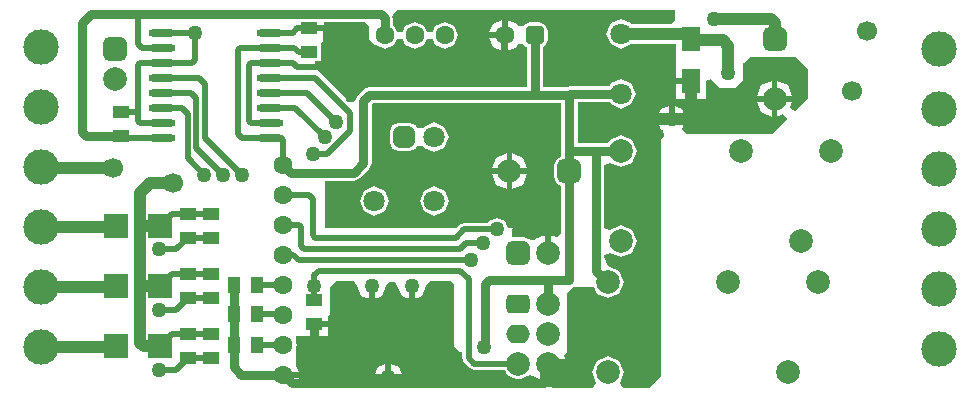
<source format=gtl>
G04 Layer_Physical_Order=1*
G04 Layer_Color=255*
%FSLAX43Y43*%
%MOMM*%
G71*
G01*
G75*
%ADD10R,1.350X1.100*%
%ADD11R,1.450X1.050*%
%ADD12O,2.300X0.600*%
%ADD13R,2.100X2.150*%
%ADD14R,1.100X1.350*%
%ADD15R,1.550X2.000*%
%ADD16C,0.750*%
%ADD17C,0.500*%
%ADD18C,1.000*%
%ADD19R,2.500X2.300*%
%ADD20C,2.000*%
%ADD21C,3.000*%
%ADD22C,1.600*%
%ADD23O,2.000X1.600*%
G04:AMPARAMS|DCode=24|XSize=1.6mm|YSize=2mm|CornerRadius=0.4mm|HoleSize=0mm|Usage=FLASHONLY|Rotation=270.000|XOffset=0mm|YOffset=0mm|HoleType=Round|Shape=RoundedRectangle|*
%AMROUNDEDRECTD24*
21,1,1.600,1.200,0,0,270.0*
21,1,0.800,2.000,0,0,270.0*
1,1,0.800,-0.600,-0.400*
1,1,0.800,-0.600,0.400*
1,1,0.800,0.600,0.400*
1,1,0.800,0.600,-0.400*
%
%ADD24ROUNDEDRECTD24*%
G04:AMPARAMS|DCode=25|XSize=2mm|YSize=2mm|CornerRadius=0.5mm|HoleSize=0mm|Usage=FLASHONLY|Rotation=0.000|XOffset=0mm|YOffset=0mm|HoleType=Round|Shape=RoundedRectangle|*
%AMROUNDEDRECTD25*
21,1,2.000,1.000,0,0,0.0*
21,1,1.000,2.000,0,0,0.0*
1,1,1.000,0.500,-0.500*
1,1,1.000,-0.500,-0.500*
1,1,1.000,-0.500,0.500*
1,1,1.000,0.500,0.500*
%
%ADD25ROUNDEDRECTD25*%
%ADD26C,1.800*%
G04:AMPARAMS|DCode=27|XSize=2mm|YSize=2mm|CornerRadius=0.5mm|HoleSize=0mm|Usage=FLASHONLY|Rotation=270.000|XOffset=0mm|YOffset=0mm|HoleType=Round|Shape=RoundedRectangle|*
%AMROUNDEDRECTD27*
21,1,2.000,1.000,0,0,270.0*
21,1,1.000,2.000,0,0,270.0*
1,1,1.000,-0.500,-0.500*
1,1,1.000,-0.500,0.500*
1,1,1.000,0.500,0.500*
1,1,1.000,0.500,-0.500*
%
%ADD27ROUNDEDRECTD27*%
%ADD28C,1.700*%
G04:AMPARAMS|DCode=29|XSize=1.6mm|YSize=1.6mm|CornerRadius=0.4mm|HoleSize=0mm|Usage=FLASHONLY|Rotation=180.000|XOffset=0mm|YOffset=0mm|HoleType=Round|Shape=RoundedRectangle|*
%AMROUNDEDRECTD29*
21,1,1.600,0.800,0,0,180.0*
21,1,0.800,1.600,0,0,180.0*
1,1,0.800,-0.400,0.400*
1,1,0.800,0.400,0.400*
1,1,0.800,0.400,-0.400*
1,1,0.800,-0.400,-0.400*
%
%ADD29ROUNDEDRECTD29*%
G04:AMPARAMS|DCode=30|XSize=1.8mm|YSize=1.8mm|CornerRadius=0.45mm|HoleSize=0mm|Usage=FLASHONLY|Rotation=0.000|XOffset=0mm|YOffset=0mm|HoleType=Round|Shape=RoundedRectangle|*
%AMROUNDEDRECTD30*
21,1,1.800,0.900,0,0,0.0*
21,1,0.900,1.800,0,0,0.0*
1,1,0.900,0.450,-0.450*
1,1,0.900,-0.450,-0.450*
1,1,0.900,-0.450,0.450*
1,1,0.900,0.450,0.450*
%
%ADD30ROUNDEDRECTD30*%
%ADD31C,1.270*%
G36*
X79019Y53400D02*
D01*
X79019Y53400D01*
X79019Y53400D01*
Y53025D01*
X78663Y52877D01*
X78424Y52300D01*
Y51300D01*
X78663Y50723D01*
X79059Y50559D01*
Y46510D01*
X78643Y46232D01*
X78190Y46420D01*
Y44900D01*
X77690D01*
Y46420D01*
X76792Y46048D01*
X76763Y45977D01*
X76477D01*
X76477Y45977D01*
Y45977D01*
X75900Y46216D01*
X74900D01*
Y46900D01*
X75000Y47000D01*
X74521D01*
X74280Y47580D01*
X73600Y47862D01*
X72920Y47580D01*
X72864Y47446D01*
X70800D01*
X70414Y47286D01*
X70129Y47000D01*
X59000D01*
Y51019D01*
X61500D01*
X61500Y51019D01*
X61981Y51219D01*
X62781Y52019D01*
X62781Y52019D01*
X62840Y52160D01*
X62981Y52500D01*
X62981Y52500D01*
Y57518D01*
X63082Y57619D01*
X79019D01*
Y53400D01*
D02*
G37*
G36*
X70000Y42200D02*
Y37000D01*
X70000D01*
X70500Y36500D01*
X70654D01*
Y36000D01*
X70814Y35614D01*
X71294Y35134D01*
X71680Y34974D01*
X74269D01*
X74440Y34560D01*
X75400Y34163D01*
X76360Y34560D01*
X76360D01*
D01*
X76792Y34372D01*
X76792Y34372D01*
X76792Y34372D01*
X77713Y33990D01*
X77616Y33500D01*
X65706D01*
X65428Y33916D01*
X65525Y34150D01*
X63275D01*
X63372Y33916D01*
X63094Y33500D01*
X56901D01*
X56624Y33916D01*
X56804Y34350D01*
X55500D01*
Y34850D01*
X56804D01*
X56600Y35341D01*
Y37041D01*
X56641Y37140D01*
X56600Y37239D01*
Y37875D01*
X56875D01*
Y37875D01*
X57850D01*
Y38900D01*
X58100D01*
Y39150D01*
X59325D01*
Y39525D01*
X59500Y39700D01*
Y42000D01*
X60000Y42500D01*
X61504D01*
X61771Y42100D01*
X61771Y42100D01*
X61771D01*
X62131Y41231D01*
X62750Y40975D01*
Y42100D01*
X63250D01*
Y40975D01*
X63869Y41231D01*
X64229Y42100D01*
X64229Y42100D01*
X64229Y42100D01*
X64450Y42431D01*
X64950D01*
X65171Y42100D01*
X65171Y42100D01*
X65171D01*
X65531Y41231D01*
X66150Y40975D01*
Y42100D01*
X66650D01*
Y40975D01*
X67269Y41231D01*
X67629Y42100D01*
X67629Y42100D01*
X67629Y42100D01*
X67896Y42500D01*
X69700D01*
X70000Y42200D01*
D02*
G37*
G36*
X88715Y64612D02*
X88364Y64256D01*
X85011D01*
X84983Y64323D01*
X84100Y64689D01*
X83217Y64323D01*
X82851Y63440D01*
X83217Y62557D01*
X84100Y62191D01*
X84983Y62557D01*
X85011Y62624D01*
X88739D01*
X88760Y60957D01*
X88725Y60922D01*
X88725D01*
Y59672D01*
X90000D01*
Y59422D01*
X90250D01*
Y57922D01*
X91275D01*
Y59472D01*
X91737Y59663D01*
X92500Y58900D01*
X93800D01*
X93900Y59000D01*
Y59000D01*
X94400Y59500D01*
Y61000D01*
X94500D01*
X95000Y61500D01*
X98900D01*
X99900Y60500D01*
Y58100D01*
X99929Y58071D01*
X99900Y58000D01*
X99900D01*
X99900Y58000D01*
X98826Y56926D01*
X98410Y57204D01*
X98620Y57710D01*
X97350D01*
Y56440D01*
X97856Y56650D01*
X98134Y56234D01*
X96900Y55000D01*
X89581D01*
X89304Y55416D01*
X89525Y55950D01*
X87275D01*
X87531Y55331D01*
X87681Y55269D01*
X87779Y54779D01*
X87500Y54500D01*
Y40900D01*
Y34500D01*
X86500Y33500D01*
X84277D01*
X83999Y33916D01*
X84357Y34780D01*
X83960Y35740D01*
X83000Y36137D01*
X82040Y35740D01*
X81643Y34780D01*
X82001Y33916D01*
X81723Y33500D01*
X78264D01*
X78167Y33990D01*
X79088Y34372D01*
X79460Y35270D01*
X77940D01*
Y35770D01*
X79460D01*
X79289Y36184D01*
X79500Y36500D01*
X79500D01*
Y41400D01*
Y41500D01*
X80000Y42000D01*
X81808D01*
X82040Y41440D01*
X83000Y41043D01*
X83839Y41390D01*
D01*
X83960Y41440D01*
X84357Y42400D01*
X83960Y43360D01*
X83000Y43757D01*
X83000Y43757D01*
Y43757D01*
X82681Y44528D01*
Y44730D01*
X83140Y44920D01*
X84100Y44523D01*
X85060Y44920D01*
X85457Y45880D01*
X85060Y46840D01*
X84100Y47237D01*
X83140Y46840D01*
X82681Y47030D01*
Y52350D01*
X83140Y52540D01*
D01*
D01*
X84100Y52143D01*
X85060Y52540D01*
X85457Y53500D01*
X85060Y54460D01*
X84100Y54857D01*
X83140Y54460D01*
X83025Y54181D01*
X80500D01*
Y57500D01*
Y57679D01*
X83133D01*
X83217Y57477D01*
X84100Y57111D01*
X84983Y57477D01*
X85349Y58360D01*
X84983Y59243D01*
X84823Y59310D01*
X84100Y59609D01*
X83217Y59243D01*
X83133Y59041D01*
X79760D01*
X79760Y59041D01*
X79615Y58981D01*
X77481D01*
Y62333D01*
X77701Y62424D01*
X77908Y62925D01*
Y63725D01*
X77701Y64226D01*
X77200Y64433D01*
X76400D01*
X75899Y64226D01*
X75847Y64098D01*
X75347D01*
X75255Y64320D01*
X74510Y64629D01*
Y63325D01*
Y62021D01*
X75255Y62330D01*
X75347Y62552D01*
X75847D01*
X75899Y62424D01*
X76119Y62333D01*
Y58981D01*
X62800D01*
X62800Y58981D01*
X62319Y58781D01*
X61819Y58281D01*
X61619Y57800D01*
X61619Y57800D01*
X61619D01*
X61419Y57700D01*
X60971D01*
X60790Y57882D01*
Y57900D01*
X58200Y60600D01*
Y61121D01*
X58679D01*
Y62679D01*
D01*
Y62679D01*
X58875Y62875D01*
X58925D01*
Y63650D01*
X57700D01*
Y64150D01*
X58925D01*
Y64419D01*
X62402D01*
X62804Y64000D01*
Y63000D01*
Y63000D01*
X63284Y62500D01*
X63338D01*
X64100Y62184D01*
X64907Y62518D01*
X65120Y63033D01*
X65620D01*
X65833Y62518D01*
X66640Y62184D01*
X67447Y62518D01*
X67660Y63033D01*
X68160D01*
X68373Y62518D01*
X69180Y62184D01*
X69987Y62518D01*
X70321Y63325D01*
X69987Y64132D01*
X69180Y64466D01*
X68373Y64132D01*
X68160Y63617D01*
X67660D01*
X67447Y64132D01*
X66640Y64466D01*
X65833Y64132D01*
X65620Y63617D01*
X65120D01*
X64907Y64132D01*
X64781Y64184D01*
Y64800D01*
X64781Y64800D01*
X64734Y64912D01*
X64819Y65000D01*
Y65100D01*
X65203Y65500D01*
X88704D01*
X88715Y64612D01*
D02*
G37*
%LPC*%
G36*
X74410Y51550D02*
X73140D01*
X73512Y50652D01*
X74410Y50280D01*
Y51550D01*
D02*
G37*
G36*
Y53320D02*
X73512Y52948D01*
X73140Y52050D01*
X74410D01*
Y53320D01*
D02*
G37*
G36*
X76180Y51550D02*
X74910D01*
Y50280D01*
X75808Y50652D01*
X76180Y51550D01*
D02*
G37*
G36*
X68300Y50549D02*
X67417Y50183D01*
X67051Y49300D01*
X67417Y48417D01*
X68300Y48051D01*
X69183Y48417D01*
X69549Y49300D01*
X69183Y50183D01*
X68300Y50549D01*
D02*
G37*
G36*
X63220D02*
X62337Y50183D01*
X61971Y49300D01*
X62337Y48417D01*
X63220Y48051D01*
X64103Y48417D01*
X64469Y49300D01*
X64103Y50183D01*
X63220Y50549D01*
D02*
G37*
G36*
X68270Y55949D02*
X67387Y55583D01*
X67325Y55433D01*
X66825D01*
X66719Y55689D01*
X66180Y55912D01*
X65280D01*
X64741Y55689D01*
X64518Y55150D01*
Y54250D01*
X64741Y53711D01*
X65280Y53488D01*
X66180D01*
X66719Y53711D01*
X66825Y53967D01*
X67325D01*
X67387Y53817D01*
X68270Y53451D01*
X69153Y53817D01*
X69519Y54700D01*
X69153Y55583D01*
X68270Y55949D01*
D02*
G37*
G36*
X74910Y53320D02*
Y52050D01*
X76180D01*
X75808Y52948D01*
X74910Y53320D01*
D02*
G37*
G36*
X64650Y35525D02*
Y34650D01*
X65525D01*
X65269Y35269D01*
X64650Y35525D01*
D02*
G37*
G36*
X64150D02*
X63531Y35269D01*
X63275Y34650D01*
X64150D01*
Y35525D01*
D02*
G37*
G36*
X59325Y38650D02*
X58350D01*
Y37875D01*
X59325D01*
Y38650D01*
D02*
G37*
G36*
X96850Y59480D02*
X95952Y59108D01*
X95580Y58210D01*
X96850D01*
Y59480D01*
D02*
G37*
G36*
X89750Y59172D02*
X88725D01*
Y57922D01*
Y57922D01*
X89750D01*
Y59172D01*
D02*
G37*
G36*
X97350Y59480D02*
Y58210D01*
X98620D01*
X98248Y59108D01*
X97350Y59480D01*
D02*
G37*
G36*
X74010Y64629D02*
X73265Y64320D01*
X72956Y63575D01*
X74010D01*
Y64629D01*
D02*
G37*
G36*
Y63075D02*
X72956D01*
X73265Y62330D01*
X74010Y62021D01*
Y63075D01*
D02*
G37*
G36*
X96850Y57710D02*
X95580D01*
X95952Y56812D01*
X96850Y56440D01*
Y57710D01*
D02*
G37*
G36*
X88650Y57325D02*
Y56450D01*
X89525D01*
X89269Y57069D01*
X88650Y57325D01*
D02*
G37*
G36*
X88150D02*
X87531Y57069D01*
X87275Y56450D01*
X88150D01*
Y57325D01*
D02*
G37*
%LPD*%
D10*
X49400Y36000D02*
D03*
Y38000D02*
D03*
X49400Y41100D02*
D03*
Y43100D02*
D03*
X49400Y46200D02*
D03*
Y48200D02*
D03*
D11*
X47400Y41100D02*
D03*
Y43100D02*
D03*
X58100Y40900D02*
D03*
Y38900D02*
D03*
X47400Y36000D02*
D03*
Y38000D02*
D03*
Y46200D02*
D03*
Y48200D02*
D03*
X41800Y56800D02*
D03*
Y54800D02*
D03*
X57700Y61900D02*
D03*
Y63900D02*
D03*
D12*
X45225Y63545D02*
D03*
Y62275D02*
D03*
Y61005D02*
D03*
Y59735D02*
D03*
Y58465D02*
D03*
Y57195D02*
D03*
Y55925D02*
D03*
Y54655D02*
D03*
X54375Y63545D02*
D03*
Y62275D02*
D03*
Y61005D02*
D03*
Y59735D02*
D03*
Y58465D02*
D03*
Y57195D02*
D03*
Y55925D02*
D03*
Y54655D02*
D03*
D13*
X41325Y37000D02*
D03*
X45075D02*
D03*
X41325Y42100D02*
D03*
X45075D02*
D03*
X41325Y47200D02*
D03*
X45075D02*
D03*
D14*
X51300Y37100D02*
D03*
X53300D02*
D03*
X51300Y42200D02*
D03*
X53300D02*
D03*
X51300Y39700D02*
D03*
X53300D02*
D03*
D15*
X90000Y62978D02*
D03*
Y59422D02*
D03*
D16*
X76800Y58300D02*
X79700D01*
X62800D02*
X76800D01*
X62300Y52500D02*
Y57800D01*
X62800Y58300D01*
X82000Y53500D02*
X84100D01*
X79800D02*
X82000D01*
Y43400D02*
X83000Y42400D01*
X82000Y43400D02*
Y53500D01*
X79700Y53400D02*
Y58300D01*
Y51840D02*
Y53400D01*
X79800Y53500D01*
X79700Y58300D02*
X79760Y58360D01*
X84100D01*
X79700Y51840D02*
X79740Y51800D01*
X58100Y33891D02*
X77591D01*
X56209D02*
X58100D01*
Y38900D01*
X55500Y34600D02*
X56209Y33891D01*
X77591D02*
X77940Y34240D01*
Y35520D01*
X78000Y42600D02*
X79700D01*
X72900D02*
X78000D01*
X77940Y42540D02*
X78000Y42600D01*
X77940Y40600D02*
Y42540D01*
X72500Y36900D02*
X72600Y37000D01*
Y42300D01*
X72900Y42600D01*
X79700D02*
X79740Y42640D01*
Y51800D01*
X76800Y58300D02*
Y63325D01*
X61500Y51700D02*
X62300Y52500D01*
X56180Y51700D02*
X61500D01*
X55500Y52380D02*
X56180Y51700D01*
X51900Y34600D02*
X55500D01*
X51300Y35200D02*
X51900Y34600D01*
X51300Y35200D02*
Y37100D01*
Y39700D01*
Y42200D01*
X64100Y63325D02*
Y64800D01*
X63800Y65100D02*
X64100Y64800D01*
X38500Y64400D02*
X39200Y65100D01*
X38500Y55100D02*
Y64400D01*
Y55100D02*
X38800Y54800D01*
X41800D01*
X39200Y65100D02*
X43200D01*
X63800D01*
D17*
X55500Y49840D02*
X57660D01*
X58000Y49500D01*
Y46400D02*
Y49500D01*
Y46400D02*
X58200Y46200D01*
X70100D01*
X70800Y46900D01*
X73600D01*
X55500Y44760D02*
X56340D01*
X56800Y44300D01*
X71400D01*
X55500Y47300D02*
X56800D01*
X57000Y47100D01*
Y45500D02*
Y47100D01*
Y45500D02*
X57300Y45200D01*
X70500D01*
X71000Y45700D01*
X72400D01*
X58100Y40900D02*
Y42100D01*
X71200Y36000D02*
X71680Y35520D01*
X75400D01*
X71200Y36000D02*
Y42700D01*
X70500Y43400D02*
X71200Y42700D01*
X58500Y43400D02*
X70500D01*
X58100Y43000D02*
X58500Y43400D01*
X58100Y42100D02*
Y43000D01*
X75280Y35400D02*
X75400Y35520D01*
X74200Y63265D02*
X74260Y63325D01*
X74200Y61100D02*
Y63265D01*
X73700Y60600D02*
X74200Y61100D01*
X58900Y60600D02*
X73700D01*
X55460Y37100D02*
X55500Y37140D01*
X53300Y37100D02*
X55460D01*
X55480Y39700D02*
X55500Y39680D01*
X53300Y39700D02*
X55480D01*
Y42200D02*
X55500Y42220D01*
X53300Y42200D02*
X55480D01*
X46400Y45200D02*
X47400Y46200D01*
X45000Y45200D02*
X46400D01*
X46400Y40100D02*
X47400Y41100D01*
X45000Y40100D02*
X46400D01*
Y35000D02*
X47400Y36000D01*
X45000Y35000D02*
X46400D01*
X47400Y36000D02*
X49400D01*
X47400Y41100D02*
X49400D01*
X47400Y46200D02*
X49400D01*
X45075Y47200D02*
X46075Y48200D01*
X47400D01*
X49400D01*
X45075Y42100D02*
X46075Y43100D01*
X47400D01*
X49400D01*
X45075Y37000D02*
X46075Y38000D01*
X47400D01*
X49400D01*
X43525Y62275D02*
X45225D01*
X43200Y62600D02*
X43525Y62275D01*
X43200Y62600D02*
Y65100D01*
X45225Y63545D02*
X47955D01*
X48000Y63500D01*
Y61200D02*
Y63500D01*
X47800Y61000D02*
X48000Y61200D01*
X45230Y61000D02*
X47800D01*
X45225Y61005D02*
X45230Y61000D01*
X43405Y61005D02*
X45225D01*
X43200Y60800D02*
X43405Y61005D01*
X43200Y56100D02*
X43400Y55900D01*
X45200D01*
X45225Y55925D01*
X41800Y56800D02*
X43200D01*
Y56100D02*
Y56800D01*
Y60800D01*
X41945Y54655D02*
X45225D01*
X41800Y54800D02*
X41945Y54655D01*
X45225Y57195D02*
X46905D01*
X47400Y56700D01*
Y52900D02*
Y56700D01*
Y52900D02*
X48800Y51500D01*
X45225Y58465D02*
X47735D01*
X48154Y58046D01*
Y53757D02*
Y58046D01*
Y53757D02*
X50400Y51511D01*
Y51500D02*
Y51511D01*
X45225Y59735D02*
X48365D01*
X48908Y59192D01*
Y54603D02*
Y59192D01*
Y54603D02*
X52000Y51511D01*
Y51500D02*
Y51511D01*
X54375Y54655D02*
X55345D01*
X55500Y54500D01*
Y52380D02*
Y54500D01*
X52775Y55925D02*
X54375D01*
X52600Y56100D02*
X52775Y55925D01*
X52600Y56100D02*
Y60800D01*
X52805Y61005D01*
X54375D01*
X52045Y54655D02*
X54375D01*
X51700Y55000D02*
X52045Y54655D01*
X51700Y55000D02*
Y62100D01*
X51875Y62275D01*
X54375D01*
X56425D01*
X54375Y61005D02*
X56295D01*
X54375Y57195D02*
X56505D01*
X59000Y54700D01*
X54375Y58465D02*
X57535D01*
X60000Y56000D01*
X54375Y59735D02*
X58165D01*
X61139Y56761D01*
Y55228D02*
Y56761D01*
X59211Y53300D02*
X61139Y55228D01*
X58000Y53300D02*
X59211D01*
X56295Y61005D02*
X56700Y60600D01*
X58900D01*
X59100Y60800D01*
Y63800D01*
X59000Y63900D02*
X59100Y63800D01*
X57700Y63900D02*
X59000D01*
X54375Y63545D02*
X56345D01*
X56425Y62275D02*
X56800Y61900D01*
X57700D01*
X56345Y63545D02*
X56700Y63900D01*
X57700D01*
X55500Y47300D02*
X55600Y47200D01*
X55500Y49840D02*
X55540Y49800D01*
D18*
X77940Y35520D02*
X78060Y35400D01*
X79600D01*
X86000Y41800D01*
Y55500D01*
X86700Y56200D01*
X88400D01*
X35000Y52140D02*
X35070Y52070D01*
X41100D01*
X44200Y50800D02*
X46180D01*
X43400Y50000D02*
X44200Y50800D01*
X43400Y47100D02*
Y50000D01*
X35000Y36900D02*
X41225D01*
X35000Y41980D02*
X41205D01*
X35000Y47060D02*
X41185D01*
X43400Y42100D02*
Y47100D01*
X43500Y47200D01*
X45075D01*
X43400Y37300D02*
Y42100D01*
X45075D01*
X43400Y37300D02*
X43700Y37000D01*
X45075D01*
X41185Y47060D02*
X41325Y47200D01*
X41205Y41980D02*
X41325Y42100D01*
X41225Y36900D02*
X41325Y37000D01*
X97100Y63040D02*
Y64400D01*
X93200Y60100D02*
Y62400D01*
X92700Y62900D02*
X93200Y62400D01*
X90078Y62900D02*
X92700D01*
X90000Y62978D02*
X90078Y62900D01*
X92000Y64700D02*
X96800D01*
X97100Y64400D01*
X84100Y63440D02*
X89538D01*
X90000Y62978D01*
Y56500D02*
Y59422D01*
X89700Y56200D02*
X90000Y56500D01*
X88400Y56200D02*
X89700D01*
D19*
X78550Y34650D02*
D03*
D20*
X83000Y34780D02*
D03*
X98240D02*
D03*
X100780Y42400D02*
D03*
X93160D02*
D03*
X83000D02*
D03*
X84100Y45880D02*
D03*
X99340D02*
D03*
X101880Y53500D02*
D03*
X94260D02*
D03*
X84100D02*
D03*
X77940Y35520D02*
D03*
X75400D02*
D03*
X77940Y38060D02*
D03*
Y40600D02*
D03*
Y44900D02*
D03*
X74660Y51800D02*
D03*
X97100Y57960D02*
D03*
X41300Y59660D02*
D03*
D21*
X111000Y36800D02*
D03*
Y41880D02*
D03*
Y46960D02*
D03*
Y52040D02*
D03*
Y57120D02*
D03*
Y62200D02*
D03*
X35000Y36900D02*
D03*
Y41980D02*
D03*
Y47060D02*
D03*
Y52140D02*
D03*
Y57220D02*
D03*
Y62300D02*
D03*
D22*
X55500Y52380D02*
D03*
Y49840D02*
D03*
Y47300D02*
D03*
Y44760D02*
D03*
Y42220D02*
D03*
Y39680D02*
D03*
Y37140D02*
D03*
Y34600D02*
D03*
X74260Y63325D02*
D03*
X69180D02*
D03*
X66640D02*
D03*
X64100D02*
D03*
D23*
X75400Y38060D02*
D03*
D24*
Y40600D02*
D03*
D25*
Y44900D02*
D03*
X79740Y51800D02*
D03*
D26*
X84100Y63440D02*
D03*
Y58360D02*
D03*
X63220Y49300D02*
D03*
X68300D02*
D03*
X68270Y54700D02*
D03*
D27*
X97100Y63040D02*
D03*
X41300Y62200D02*
D03*
D28*
X104900Y63680D02*
D03*
X103630Y58600D02*
D03*
X46180Y50800D02*
D03*
X41100Y52070D02*
D03*
D29*
X76800Y63325D02*
D03*
D30*
X65730Y54700D02*
D03*
D31*
X64400Y34400D02*
D03*
X66400Y42100D02*
D03*
X63000D02*
D03*
X72500Y36900D02*
D03*
X45000Y35000D02*
D03*
Y40100D02*
D03*
X52000Y51500D02*
D03*
X50400D02*
D03*
X48800D02*
D03*
X45000Y45200D02*
D03*
X58100Y42100D02*
D03*
X73600Y46900D02*
D03*
X72400Y45700D02*
D03*
X71400Y44300D02*
D03*
X93200Y60100D02*
D03*
X92000Y64700D02*
D03*
X88400Y56200D02*
D03*
X48000Y63500D02*
D03*
X58000Y53300D02*
D03*
X59000Y54700D02*
D03*
X60000Y56000D02*
D03*
M02*

</source>
